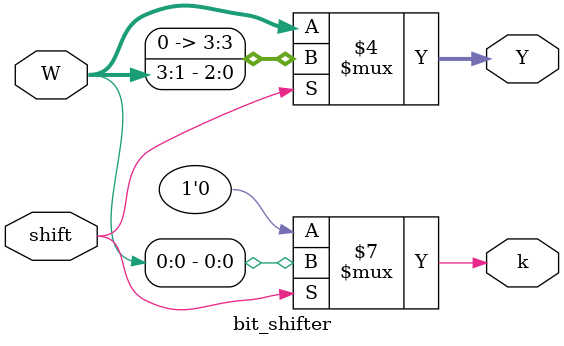
<source format=v>
`timescale 1ns / 1ps


module bit_shifter(W,shift, Y, k);
    input [3:0]W;
    input shift;
    output [3:0] Y;
    output k;
    reg [3:0]Y; 
    reg k;
    always@(W, shift) begin
       if(shift) begin
            k = W[0];
            Y <= W >> 1;
       end 
       else begin
            k = 0;
            Y <= W;
       end
    end            
endmodule

</source>
